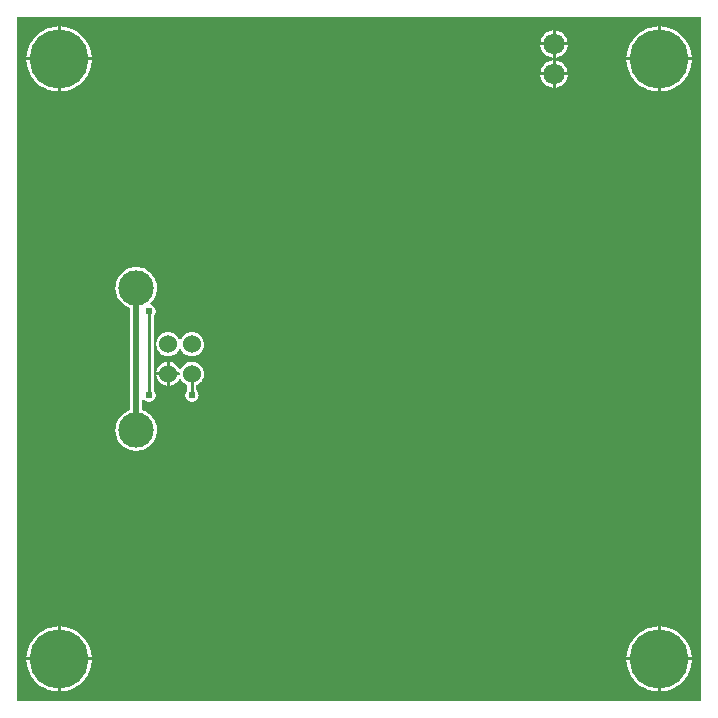
<source format=gbl>
G04 Layer: BottomLayer*
G04 EasyEDA v6.5.34, 2023-08-21 18:11:39*
G04 18117bc33d304e9eae86a0e3f177fe8b,5a6b42c53f6a479593ecc07194224c93,10*
G04 Gerber Generator version 0.2*
G04 Scale: 100 percent, Rotated: No, Reflected: No *
G04 Dimensions in millimeters *
G04 leading zeros omitted , absolute positions ,4 integer and 5 decimal *
%FSLAX45Y45*%
%MOMM*%

%ADD10C,0.5000*%
%ADD11C,0.2540*%
%ADD12C,3.0000*%
%ADD13C,1.5240*%
%ADD14C,5.0000*%
%ADD15C,1.8000*%
%ADD16C,0.6096*%
%ADD17C,0.0133*%

%LPD*%
G36*
X5805932Y25908D02*
G01*
X36068Y26416D01*
X32156Y27178D01*
X28905Y29362D01*
X26670Y32664D01*
X25908Y36576D01*
X25908Y5805932D01*
X26670Y5809792D01*
X28905Y5813094D01*
X32156Y5815330D01*
X36068Y5816092D01*
X5805932Y5816092D01*
X5809792Y5815330D01*
X5813094Y5813094D01*
X5815330Y5809792D01*
X5816092Y5805932D01*
X5816092Y36068D01*
X5815330Y32156D01*
X5813094Y28905D01*
X5809792Y26670D01*
G37*

%LPC*%
G36*
X4584700Y5600700D02*
G01*
X4687112Y5600700D01*
X4686960Y5602528D01*
X4684268Y5616803D01*
X4679746Y5630672D01*
X4673549Y5643829D01*
X4665776Y5656122D01*
X4656480Y5667349D01*
X4645863Y5677306D01*
X4634077Y5685840D01*
X4621326Y5692851D01*
X4607814Y5698236D01*
X4593691Y5701842D01*
X4584700Y5702960D01*
G37*
G36*
X393700Y105562D02*
G01*
X398322Y105664D01*
X421284Y108051D01*
X443992Y112369D01*
X466242Y118618D01*
X487883Y126644D01*
X508812Y136499D01*
X528828Y148031D01*
X547776Y161239D01*
X565607Y175971D01*
X582117Y192125D01*
X597204Y209600D01*
X610819Y228295D01*
X622757Y248107D01*
X633018Y268782D01*
X641553Y290271D01*
X648208Y312369D01*
X653034Y334975D01*
X655929Y357886D01*
X656336Y368300D01*
X393700Y368300D01*
G37*
G36*
X5448300Y105613D02*
G01*
X5448300Y368300D01*
X5185410Y368300D01*
X5187289Y346405D01*
X5191099Y323646D01*
X5196890Y301244D01*
X5204460Y279450D01*
X5213858Y258317D01*
X5224983Y238099D01*
X5237784Y218846D01*
X5252161Y200710D01*
X5267960Y183896D01*
X5285130Y168402D01*
X5303520Y154432D01*
X5323027Y142036D01*
X5343499Y131368D01*
X5364835Y122377D01*
X5386781Y115265D01*
X5409285Y109982D01*
X5432145Y106629D01*
G37*
G36*
X368300Y105613D02*
G01*
X368300Y368300D01*
X105410Y368300D01*
X107289Y346405D01*
X111099Y323646D01*
X116890Y301244D01*
X124460Y279450D01*
X133858Y258317D01*
X144983Y238099D01*
X157784Y218846D01*
X172161Y200710D01*
X187960Y183896D01*
X205130Y168402D01*
X223520Y154432D01*
X243027Y142036D01*
X263499Y131368D01*
X284835Y122377D01*
X306781Y115265D01*
X329285Y109982D01*
X352145Y106629D01*
G37*
G36*
X5473700Y393700D02*
G01*
X5736336Y393700D01*
X5735929Y404063D01*
X5733034Y427024D01*
X5728208Y449630D01*
X5721553Y471728D01*
X5713018Y493217D01*
X5702757Y513892D01*
X5690819Y533654D01*
X5677204Y552348D01*
X5662117Y569874D01*
X5645607Y586028D01*
X5627776Y600760D01*
X5608828Y613968D01*
X5588812Y625500D01*
X5567883Y635355D01*
X5546242Y643382D01*
X5523992Y649630D01*
X5501284Y653948D01*
X5478322Y656336D01*
X5473700Y656437D01*
G37*
G36*
X393700Y393700D02*
G01*
X656336Y393700D01*
X655929Y404063D01*
X653034Y427024D01*
X648208Y449630D01*
X641553Y471728D01*
X633018Y493217D01*
X622757Y513892D01*
X610819Y533654D01*
X597204Y552348D01*
X582117Y569874D01*
X565607Y586028D01*
X547776Y600760D01*
X528828Y613968D01*
X508812Y625500D01*
X487883Y635355D01*
X466242Y643382D01*
X443992Y649630D01*
X421284Y653948D01*
X398322Y656336D01*
X393700Y656437D01*
G37*
G36*
X5185410Y393700D02*
G01*
X5448300Y393700D01*
X5448300Y656386D01*
X5432145Y655370D01*
X5409285Y652018D01*
X5386781Y646734D01*
X5364835Y639572D01*
X5343499Y630631D01*
X5323027Y619912D01*
X5303520Y607568D01*
X5285130Y593598D01*
X5267960Y578104D01*
X5252161Y561289D01*
X5237784Y543153D01*
X5224983Y523900D01*
X5213858Y503682D01*
X5204460Y482549D01*
X5196890Y460756D01*
X5191099Y438353D01*
X5187289Y415594D01*
G37*
G36*
X105410Y393700D02*
G01*
X368300Y393700D01*
X368300Y656386D01*
X352145Y655370D01*
X329285Y652018D01*
X306781Y646734D01*
X284835Y639572D01*
X263499Y630631D01*
X243027Y619912D01*
X223520Y607568D01*
X205130Y593598D01*
X187960Y578104D01*
X172161Y561289D01*
X157784Y543153D01*
X144983Y523900D01*
X133858Y503682D01*
X124460Y482549D01*
X116890Y460756D01*
X111099Y438353D01*
X107289Y415594D01*
G37*
G36*
X1034491Y2143099D02*
G01*
X1052576Y2144014D01*
X1070508Y2146808D01*
X1087983Y2151430D01*
X1104950Y2157831D01*
X1121156Y2165908D01*
X1136446Y2175662D01*
X1150620Y2186889D01*
X1163624Y2199538D01*
X1175207Y2213406D01*
X1185316Y2228443D01*
X1193800Y2244445D01*
X1200658Y2261209D01*
X1205687Y2278583D01*
X1208938Y2296414D01*
X1210360Y2314448D01*
X1209903Y2332583D01*
X1207566Y2350516D01*
X1203401Y2368143D01*
X1197457Y2385263D01*
X1189786Y2401671D01*
X1180439Y2417165D01*
X1169568Y2431694D01*
X1157274Y2444953D01*
X1143660Y2456942D01*
X1128928Y2467406D01*
X1113180Y2476347D01*
X1096568Y2483561D01*
X1092504Y2484882D01*
X1088796Y2486964D01*
X1086307Y2490419D01*
X1085443Y2494584D01*
X1085443Y2569870D01*
X1086205Y2573731D01*
X1088390Y2577033D01*
X1091692Y2579268D01*
X1095603Y2580030D01*
X1099464Y2579268D01*
X1102766Y2577033D01*
X1106779Y2573020D01*
X1114806Y2567381D01*
X1123746Y2563266D01*
X1133195Y2560726D01*
X1143000Y2559862D01*
X1152804Y2560726D01*
X1162253Y2563266D01*
X1171194Y2567381D01*
X1179220Y2573020D01*
X1186180Y2579979D01*
X1191818Y2588006D01*
X1195933Y2596946D01*
X1198473Y2606395D01*
X1199337Y2616200D01*
X1198473Y2626004D01*
X1195933Y2635453D01*
X1191818Y2644394D01*
X1186180Y2652420D01*
X1184605Y2653995D01*
X1182370Y2657297D01*
X1181608Y2661208D01*
X1181608Y3282391D01*
X1182370Y3286302D01*
X1184605Y3289604D01*
X1186180Y3291179D01*
X1191818Y3299206D01*
X1195933Y3308146D01*
X1198473Y3317595D01*
X1199337Y3327400D01*
X1198473Y3337204D01*
X1195933Y3346653D01*
X1191818Y3355594D01*
X1186180Y3363620D01*
X1179220Y3370579D01*
X1171194Y3376218D01*
X1161897Y3380435D01*
X1158138Y3382365D01*
X1155446Y3385718D01*
X1154379Y3389782D01*
X1155090Y3393998D01*
X1157478Y3397554D01*
X1163624Y3403549D01*
X1175207Y3417417D01*
X1185316Y3432454D01*
X1193800Y3448456D01*
X1200658Y3465220D01*
X1205687Y3482594D01*
X1208938Y3500424D01*
X1210360Y3518458D01*
X1209903Y3536594D01*
X1207566Y3554526D01*
X1203401Y3572154D01*
X1197457Y3589274D01*
X1189786Y3605682D01*
X1180439Y3621176D01*
X1169568Y3635705D01*
X1157274Y3648964D01*
X1143660Y3660952D01*
X1128928Y3671417D01*
X1113180Y3680358D01*
X1096568Y3687572D01*
X1079296Y3693109D01*
X1061567Y3696817D01*
X1043584Y3698646D01*
X1025448Y3698646D01*
X1007465Y3696817D01*
X989736Y3693109D01*
X972464Y3687572D01*
X955852Y3680358D01*
X940104Y3671417D01*
X925372Y3660952D01*
X911758Y3648964D01*
X899464Y3635705D01*
X888593Y3621176D01*
X879246Y3605682D01*
X871575Y3589274D01*
X865632Y3572154D01*
X861466Y3554526D01*
X859129Y3536594D01*
X858672Y3518458D01*
X860094Y3500424D01*
X863346Y3482594D01*
X868375Y3465220D01*
X875182Y3448456D01*
X883716Y3432454D01*
X893826Y3417417D01*
X905408Y3403549D01*
X918413Y3390900D01*
X932586Y3379673D01*
X947877Y3369919D01*
X964082Y3361842D01*
X977036Y3356965D01*
X980490Y3354781D01*
X982776Y3351428D01*
X983589Y3347465D01*
X983589Y2494584D01*
X982726Y2490419D01*
X980236Y2486964D01*
X976528Y2484882D01*
X972464Y2483561D01*
X955852Y2476347D01*
X940104Y2467406D01*
X925372Y2456942D01*
X911758Y2444953D01*
X899464Y2431694D01*
X888593Y2417165D01*
X879246Y2401671D01*
X871575Y2385263D01*
X865632Y2368143D01*
X861466Y2350516D01*
X859129Y2332583D01*
X858672Y2314448D01*
X860094Y2296414D01*
X863346Y2278583D01*
X868375Y2261209D01*
X875182Y2244445D01*
X883716Y2228443D01*
X893826Y2213406D01*
X905408Y2199538D01*
X918413Y2186889D01*
X932586Y2175662D01*
X947877Y2165908D01*
X964082Y2157831D01*
X980998Y2151430D01*
X998524Y2146808D01*
X1016406Y2144014D01*
G37*
G36*
X1505508Y2559862D02*
G01*
X1515313Y2560726D01*
X1524762Y2563266D01*
X1533702Y2567381D01*
X1541729Y2573020D01*
X1548688Y2579979D01*
X1554327Y2588006D01*
X1558442Y2596946D01*
X1560982Y2606395D01*
X1561846Y2616200D01*
X1560982Y2626004D01*
X1558442Y2635453D01*
X1554327Y2644394D01*
X1548688Y2652420D01*
X1547114Y2653995D01*
X1544878Y2657297D01*
X1544116Y2661208D01*
X1544116Y2695143D01*
X1544777Y2698800D01*
X1546758Y2701950D01*
X1549704Y2704236D01*
X1557528Y2708198D01*
X1568754Y2715869D01*
X1578864Y2725064D01*
X1587703Y2735478D01*
X1595018Y2746959D01*
X1600758Y2759303D01*
X1604822Y2772359D01*
X1607058Y2785770D01*
X1607515Y2799435D01*
X1606194Y2812999D01*
X1602994Y2826258D01*
X1598117Y2838958D01*
X1591564Y2850946D01*
X1583486Y2861919D01*
X1573987Y2871724D01*
X1563268Y2880156D01*
X1551533Y2887116D01*
X1538986Y2892450D01*
X1525828Y2896057D01*
X1512316Y2897886D01*
X1498701Y2897886D01*
X1485188Y2896057D01*
X1472031Y2892450D01*
X1459484Y2887116D01*
X1447749Y2880156D01*
X1437030Y2871724D01*
X1427530Y2861919D01*
X1419453Y2850946D01*
X1414424Y2841752D01*
X1411579Y2838500D01*
X1407668Y2836672D01*
X1403350Y2836672D01*
X1399438Y2838500D01*
X1396593Y2841752D01*
X1391564Y2850946D01*
X1383487Y2861919D01*
X1373987Y2871724D01*
X1363268Y2880156D01*
X1351534Y2887116D01*
X1338986Y2892450D01*
X1325829Y2896057D01*
X1318209Y2897073D01*
X1318209Y2808732D01*
X1393342Y2808732D01*
X1397152Y2807970D01*
X1400403Y2805836D01*
X1402638Y2802686D01*
X1403502Y2798876D01*
X1403654Y2793796D01*
X1402994Y2789834D01*
X1400810Y2786430D01*
X1397457Y2784094D01*
X1393494Y2783332D01*
X1318209Y2783332D01*
X1318209Y2694787D01*
X1332484Y2697530D01*
X1345336Y2702001D01*
X1357528Y2708198D01*
X1368755Y2715869D01*
X1378864Y2725064D01*
X1387703Y2735478D01*
X1395018Y2746959D01*
X1396288Y2749651D01*
X1398524Y2752750D01*
X1401724Y2754833D01*
X1405483Y2755544D01*
X1409242Y2754833D01*
X1412494Y2752750D01*
X1414729Y2749651D01*
X1415999Y2746959D01*
X1423314Y2735478D01*
X1432102Y2725064D01*
X1442262Y2715869D01*
X1453489Y2708198D01*
X1461312Y2704236D01*
X1464259Y2701950D01*
X1466240Y2698800D01*
X1466900Y2695143D01*
X1466900Y2661208D01*
X1466138Y2657297D01*
X1463903Y2653995D01*
X1462328Y2652420D01*
X1456690Y2644394D01*
X1452575Y2635453D01*
X1450035Y2626004D01*
X1449171Y2616200D01*
X1450035Y2606395D01*
X1452575Y2596946D01*
X1456690Y2588006D01*
X1462328Y2579979D01*
X1469288Y2573020D01*
X1477314Y2567381D01*
X1486255Y2563266D01*
X1495704Y2560726D01*
G37*
G36*
X4456887Y5600700D02*
G01*
X4559300Y5600700D01*
X4559300Y5702960D01*
X4550308Y5701842D01*
X4536186Y5698236D01*
X4522673Y5692851D01*
X4509922Y5685840D01*
X4498136Y5677306D01*
X4487519Y5667349D01*
X4478223Y5656122D01*
X4470450Y5643829D01*
X4464253Y5630672D01*
X4459732Y5616803D01*
X4457039Y5602528D01*
G37*
G36*
X1292809Y2694787D02*
G01*
X1292809Y2783332D01*
X1204366Y2783332D01*
X1206195Y2772359D01*
X1210259Y2759303D01*
X1215999Y2746959D01*
X1223314Y2735478D01*
X1232103Y2725064D01*
X1242263Y2715869D01*
X1253490Y2708198D01*
X1265631Y2702001D01*
X1278534Y2697530D01*
G37*
G36*
X5185410Y5473700D02*
G01*
X5448300Y5473700D01*
X5448300Y5736386D01*
X5432145Y5735370D01*
X5409285Y5732018D01*
X5386781Y5726734D01*
X5364835Y5719572D01*
X5343499Y5710631D01*
X5323027Y5699912D01*
X5303520Y5687568D01*
X5285130Y5673598D01*
X5267960Y5658104D01*
X5252161Y5641289D01*
X5237784Y5623153D01*
X5224983Y5603900D01*
X5213858Y5583682D01*
X5204460Y5562549D01*
X5196890Y5540756D01*
X5191099Y5518353D01*
X5187289Y5495594D01*
G37*
G36*
X1204417Y2808732D02*
G01*
X1292809Y2808732D01*
X1292809Y2897073D01*
X1285189Y2896057D01*
X1272032Y2892450D01*
X1259484Y2887116D01*
X1247749Y2880156D01*
X1237030Y2871724D01*
X1227531Y2861919D01*
X1219454Y2850946D01*
X1212900Y2838958D01*
X1208024Y2826258D01*
X1204823Y2812999D01*
G37*
G36*
X105410Y5473700D02*
G01*
X368300Y5473700D01*
X368300Y5736386D01*
X352145Y5735370D01*
X329285Y5732018D01*
X306781Y5726734D01*
X284835Y5719572D01*
X263499Y5710631D01*
X243027Y5699912D01*
X223520Y5687568D01*
X205130Y5673598D01*
X187960Y5658104D01*
X172161Y5641289D01*
X157784Y5623153D01*
X144983Y5603900D01*
X133858Y5583682D01*
X124460Y5562549D01*
X116890Y5540756D01*
X111099Y5518353D01*
X107289Y5495594D01*
G37*
G36*
X1305509Y2943910D02*
G01*
X1319123Y2944825D01*
X1332484Y2947517D01*
X1345336Y2951988D01*
X1357528Y2958185D01*
X1368755Y2965856D01*
X1378864Y2975051D01*
X1387703Y2985465D01*
X1395018Y2996946D01*
X1396288Y2999638D01*
X1398524Y3002737D01*
X1401724Y3004820D01*
X1405483Y3005531D01*
X1409242Y3004820D01*
X1412494Y3002737D01*
X1414729Y2999638D01*
X1415999Y2996946D01*
X1423314Y2985465D01*
X1432102Y2975051D01*
X1442262Y2965856D01*
X1453489Y2958185D01*
X1465630Y2951988D01*
X1478534Y2947517D01*
X1491894Y2944825D01*
X1505508Y2943910D01*
X1519123Y2944825D01*
X1532483Y2947517D01*
X1545336Y2951988D01*
X1557528Y2958185D01*
X1568754Y2965856D01*
X1578864Y2975051D01*
X1587703Y2985465D01*
X1595018Y2996946D01*
X1600758Y3009290D01*
X1604822Y3022346D01*
X1607058Y3035757D01*
X1607515Y3049422D01*
X1606194Y3062986D01*
X1602994Y3076244D01*
X1598117Y3088944D01*
X1591564Y3100933D01*
X1583486Y3111906D01*
X1573987Y3121710D01*
X1563268Y3130143D01*
X1551533Y3137103D01*
X1538986Y3142437D01*
X1525828Y3146044D01*
X1512316Y3147872D01*
X1498701Y3147872D01*
X1485188Y3146044D01*
X1472031Y3142437D01*
X1459484Y3137103D01*
X1447749Y3130143D01*
X1437030Y3121710D01*
X1427530Y3111906D01*
X1419453Y3100933D01*
X1414424Y3091738D01*
X1411579Y3088487D01*
X1407668Y3086658D01*
X1403350Y3086658D01*
X1399438Y3088487D01*
X1396593Y3091738D01*
X1391564Y3100933D01*
X1383487Y3111906D01*
X1373987Y3121710D01*
X1363268Y3130143D01*
X1351534Y3137103D01*
X1338986Y3142437D01*
X1325829Y3146044D01*
X1312316Y3147872D01*
X1298702Y3147872D01*
X1285189Y3146044D01*
X1272032Y3142437D01*
X1259484Y3137103D01*
X1247749Y3130143D01*
X1237030Y3121710D01*
X1227531Y3111906D01*
X1219454Y3100933D01*
X1212900Y3088944D01*
X1208024Y3076244D01*
X1204823Y3062986D01*
X1203502Y3049422D01*
X1203909Y3035757D01*
X1206195Y3022346D01*
X1210259Y3009290D01*
X1215999Y2996946D01*
X1223314Y2985465D01*
X1232103Y2975051D01*
X1242263Y2965856D01*
X1253490Y2958185D01*
X1265631Y2951988D01*
X1278534Y2947517D01*
X1291894Y2944825D01*
G37*
G36*
X5473700Y105562D02*
G01*
X5478322Y105664D01*
X5501284Y108051D01*
X5523992Y112369D01*
X5546242Y118618D01*
X5567883Y126644D01*
X5588812Y136499D01*
X5608828Y148031D01*
X5627776Y161239D01*
X5645607Y175971D01*
X5662117Y192125D01*
X5677204Y209600D01*
X5690819Y228295D01*
X5702757Y248107D01*
X5713018Y268782D01*
X5721553Y290271D01*
X5728208Y312369D01*
X5733034Y334975D01*
X5735929Y357886D01*
X5736336Y368300D01*
X5473700Y368300D01*
G37*
G36*
X393700Y5473700D02*
G01*
X656336Y5473700D01*
X655929Y5484063D01*
X653034Y5507024D01*
X648208Y5529630D01*
X641553Y5551728D01*
X633018Y5573217D01*
X622757Y5593892D01*
X610819Y5613654D01*
X597204Y5632348D01*
X582117Y5649874D01*
X565607Y5666028D01*
X547776Y5680760D01*
X528828Y5693968D01*
X508812Y5705500D01*
X487883Y5715355D01*
X466242Y5723382D01*
X443992Y5729630D01*
X421284Y5733948D01*
X398322Y5736336D01*
X393700Y5736437D01*
G37*
G36*
X393700Y5185562D02*
G01*
X398322Y5185664D01*
X421284Y5188051D01*
X443992Y5192369D01*
X466242Y5198618D01*
X487883Y5206644D01*
X508812Y5216499D01*
X528828Y5228031D01*
X547776Y5241239D01*
X565607Y5255971D01*
X582117Y5272125D01*
X597204Y5289600D01*
X610819Y5308295D01*
X622757Y5328107D01*
X633018Y5348782D01*
X641553Y5370271D01*
X648208Y5392369D01*
X653034Y5414975D01*
X655929Y5437886D01*
X656336Y5448300D01*
X393700Y5448300D01*
G37*
G36*
X5473700Y5185562D02*
G01*
X5478322Y5185664D01*
X5501284Y5188051D01*
X5523992Y5192369D01*
X5546242Y5198618D01*
X5567883Y5206644D01*
X5588812Y5216499D01*
X5608828Y5228031D01*
X5627776Y5241239D01*
X5645607Y5255971D01*
X5662117Y5272125D01*
X5677204Y5289600D01*
X5690819Y5308295D01*
X5702757Y5328107D01*
X5713018Y5348782D01*
X5721553Y5370271D01*
X5728208Y5392369D01*
X5733034Y5414975D01*
X5735929Y5437886D01*
X5736336Y5448300D01*
X5473700Y5448300D01*
G37*
G36*
X5448300Y5185613D02*
G01*
X5448300Y5448300D01*
X5185410Y5448300D01*
X5187289Y5426405D01*
X5191099Y5403646D01*
X5196890Y5381244D01*
X5204460Y5359450D01*
X5213858Y5338318D01*
X5224983Y5318099D01*
X5237784Y5298846D01*
X5252161Y5280710D01*
X5267960Y5263896D01*
X5285130Y5248402D01*
X5303520Y5234432D01*
X5323027Y5222036D01*
X5343499Y5211368D01*
X5364835Y5202377D01*
X5386781Y5195265D01*
X5409285Y5189982D01*
X5432145Y5186629D01*
G37*
G36*
X368300Y5185613D02*
G01*
X368300Y5448300D01*
X105410Y5448300D01*
X107289Y5426405D01*
X111099Y5403646D01*
X116890Y5381244D01*
X124460Y5359450D01*
X133858Y5338318D01*
X144983Y5318099D01*
X157784Y5298846D01*
X172161Y5280710D01*
X187960Y5263896D01*
X205130Y5248402D01*
X223520Y5234432D01*
X243027Y5222036D01*
X263499Y5211368D01*
X284835Y5202377D01*
X306781Y5195265D01*
X329285Y5189982D01*
X352145Y5186629D01*
G37*
G36*
X4559300Y5219039D02*
G01*
X4559300Y5321300D01*
X4456887Y5321300D01*
X4457039Y5319471D01*
X4459732Y5305196D01*
X4464253Y5291328D01*
X4470450Y5278170D01*
X4478223Y5265877D01*
X4487519Y5254650D01*
X4498136Y5244693D01*
X4509922Y5236159D01*
X4522673Y5229148D01*
X4536186Y5223764D01*
X4550308Y5220157D01*
G37*
G36*
X4584700Y5219039D02*
G01*
X4593691Y5220157D01*
X4607814Y5223764D01*
X4621326Y5229148D01*
X4634077Y5236159D01*
X4645863Y5244693D01*
X4656480Y5254650D01*
X4665776Y5265877D01*
X4673549Y5278170D01*
X4679746Y5291328D01*
X4684268Y5305196D01*
X4686960Y5319471D01*
X4687112Y5321300D01*
X4584700Y5321300D01*
G37*
G36*
X4584700Y5346700D02*
G01*
X4687112Y5346700D01*
X4686960Y5348528D01*
X4684268Y5362803D01*
X4679746Y5376672D01*
X4673549Y5389829D01*
X4665776Y5402122D01*
X4656480Y5413349D01*
X4645863Y5423306D01*
X4634077Y5431840D01*
X4621326Y5438851D01*
X4607814Y5444236D01*
X4593691Y5447842D01*
X4584700Y5448960D01*
G37*
G36*
X4456887Y5346700D02*
G01*
X4559300Y5346700D01*
X4559300Y5448960D01*
X4550308Y5447842D01*
X4536186Y5444236D01*
X4522673Y5438851D01*
X4509922Y5431840D01*
X4498136Y5423306D01*
X4487519Y5413349D01*
X4478223Y5402122D01*
X4470450Y5389829D01*
X4464253Y5376672D01*
X4459732Y5362803D01*
X4457039Y5348528D01*
G37*
G36*
X4584700Y5473039D02*
G01*
X4593691Y5474157D01*
X4607814Y5477764D01*
X4621326Y5483148D01*
X4634077Y5490159D01*
X4645863Y5498693D01*
X4656480Y5508650D01*
X4665776Y5519877D01*
X4673549Y5532170D01*
X4679746Y5545328D01*
X4684268Y5559196D01*
X4686960Y5573471D01*
X4687112Y5575300D01*
X4584700Y5575300D01*
G37*
G36*
X4559300Y5473039D02*
G01*
X4559300Y5575300D01*
X4456887Y5575300D01*
X4457039Y5573471D01*
X4459732Y5559196D01*
X4464253Y5545328D01*
X4470450Y5532170D01*
X4478223Y5519877D01*
X4487519Y5508650D01*
X4498136Y5498693D01*
X4509922Y5490159D01*
X4522673Y5483148D01*
X4536186Y5477764D01*
X4550308Y5474157D01*
G37*
G36*
X5473700Y5473700D02*
G01*
X5736336Y5473700D01*
X5735929Y5484063D01*
X5733034Y5507024D01*
X5728208Y5529630D01*
X5721553Y5551728D01*
X5713018Y5573217D01*
X5702757Y5593892D01*
X5690819Y5613654D01*
X5677204Y5632348D01*
X5662117Y5649874D01*
X5645607Y5666028D01*
X5627776Y5680760D01*
X5608828Y5693968D01*
X5588812Y5705500D01*
X5567883Y5715355D01*
X5546242Y5723382D01*
X5523992Y5729630D01*
X5501284Y5733948D01*
X5478322Y5736336D01*
X5473700Y5736437D01*
G37*

%LPD*%
D10*
X1034508Y3522995D02*
G01*
X1034508Y2318989D01*
D11*
X1505501Y2796001D02*
G01*
X1505501Y2616192D01*
X1142992Y3327392D02*
G01*
X1142992Y2616192D01*
D12*
G01*
X1034508Y3522997D03*
G01*
X1034508Y2318986D03*
D13*
G01*
X1305501Y2795998D03*
G01*
X1305501Y3045985D03*
G01*
X1505501Y3045985D03*
G01*
X1505501Y2795998D03*
D14*
G01*
X380992Y5460992D03*
G01*
X380992Y380992D03*
G01*
X5460992Y380992D03*
G01*
X5460992Y5460992D03*
D15*
G01*
X4571992Y5333992D03*
G01*
X4571992Y5587992D03*
D16*
G01*
X1777992Y2400292D03*
G01*
X1505501Y2616192D03*
G01*
X1142992Y3327392D03*
G01*
X1142992Y2616192D03*
M02*

</source>
